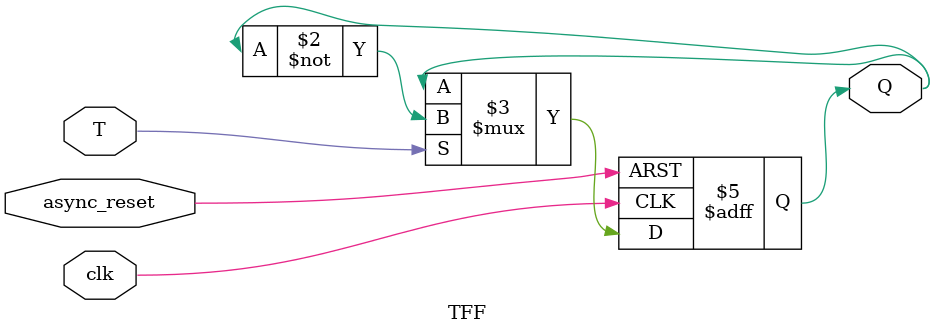
<source format=v>
`timescale 1ns / 1ps


module ring_osc
#(parameter INV_COUNT = 7)
(
    input enable,
    output osc_out
);
    
wire en_out;
and enable_and (en_out, enable, osc_out);
genvar i;
generate
for(i = 0; i < INV_COUNT; i = i+1) begin : invs
wire w;
if(i == 0)
    (* LOCK_PINS = "ALL" *) LUT1 #(.INIT(2'b01)) osc_inv (.O(w), .I0(en_out));
else
    (* LOCK_PINS = "ALL" *) LUT1 #(.INIT(2'b01)) osc_inv (.O(w), .I0(invs[i-1].w));
end
endgenerate

assign osc_out = invs[INV_COUNT-1].w;
endmodule

module counter
#(parameter CNT_WIDTH = 32)
(
    clk,
    reset,    
    count
);

input clk, reset;
output [CNT_WIDTH-1:0] count;
genvar i;
generate
for(i = 0; i < CNT_WIDTH; i = i+1) begin : counter_TFFs
    if(i == 0) begin
        TFF TFF_i (.clk(clk), .async_reset(reset), .T(1), .Q(count[i]));
    end else begin
        TFF TFF_i (.clk(count[i-1]), .async_reset(reset), .T(1), .Q(count[i]));
    end    
end //end for
endgenerate

endmodule

//T-Flip Flop module
//Whenever this FF is clocked, it toggles the output
module TFF(input clk, input async_reset, input T, output reg Q);
always @(negedge clk, posedge async_reset) 
    if(async_reset)
        Q <= 1'b0;
    else if (T)
        Q <= ~Q;
endmodule 
</source>
